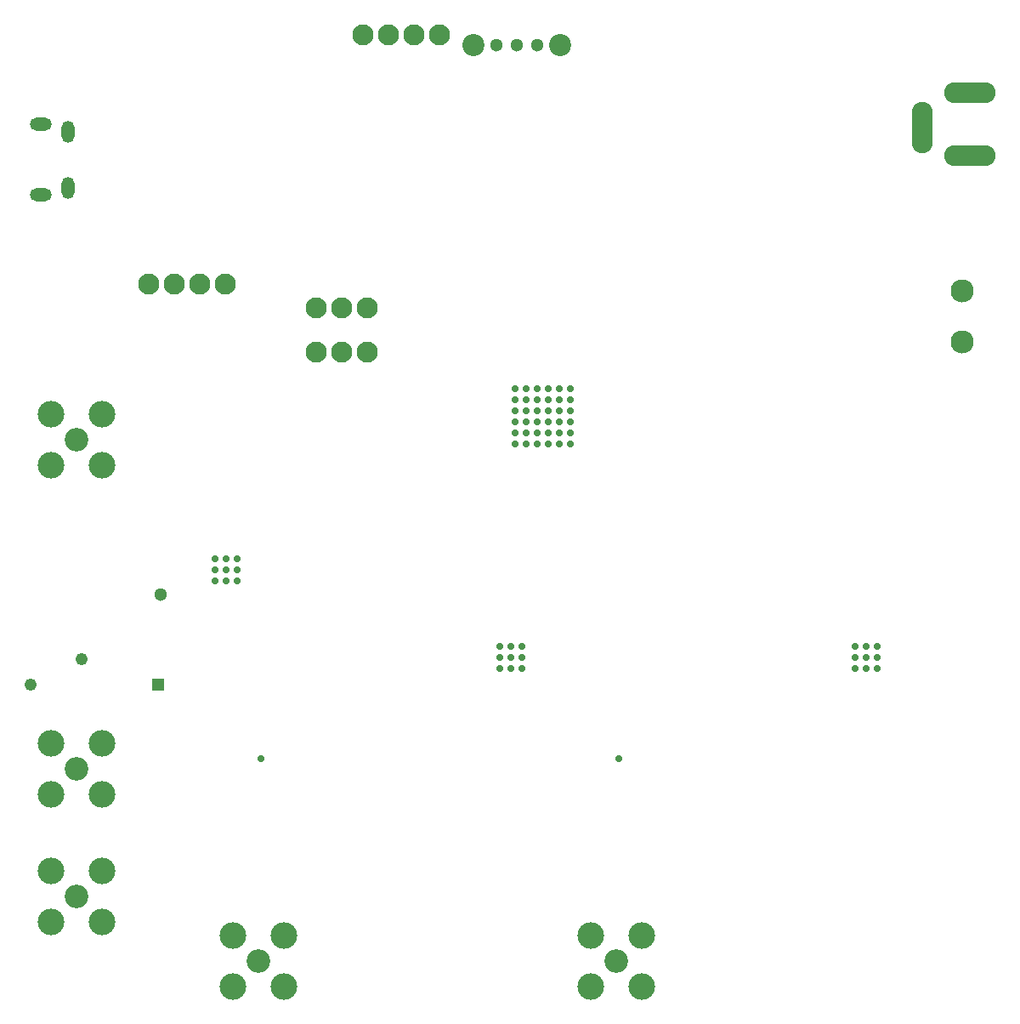
<source format=gbs>
G04*
G04 #@! TF.GenerationSoftware,Altium Limited,Altium Designer,21.8.1 (53)*
G04*
G04 Layer_Color=16711935*
%FSLAX44Y44*%
%MOMM*%
G71*
G04*
G04 #@! TF.SameCoordinates,C9995BEE-8401-4B8A-9B38-06C5FF24312F*
G04*
G04*
G04 #@! TF.FilePolarity,Negative*
G04*
G01*
G75*
%ADD77C,2.1000*%
%ADD78C,2.6500*%
%ADD79C,2.3500*%
%ADD80C,1.2400*%
%ADD81R,1.2400X1.2400*%
%ADD82C,2.2000*%
%ADD83C,1.3000*%
%ADD84O,2.2000X1.3000*%
%ADD85O,1.3000X2.2000*%
%ADD86O,5.1000X2.1000*%
%ADD87O,2.1000X5.1000*%
%ADD88C,2.3000*%
%ADD89C,0.7000*%
D77*
X347225Y662480D02*
D03*
X296425D02*
D03*
X321825D02*
D03*
X347225Y706480D02*
D03*
X296425D02*
D03*
X321825D02*
D03*
X393000Y978750D02*
D03*
X418400D02*
D03*
X342200D02*
D03*
X367600D02*
D03*
X154817Y730832D02*
D03*
X129417D02*
D03*
X205617D02*
D03*
X180217D02*
D03*
D78*
X82300Y222667D02*
D03*
X31500D02*
D03*
Y273467D02*
D03*
X82300D02*
D03*
Y95600D02*
D03*
X31500D02*
D03*
Y146400D02*
D03*
X82300D02*
D03*
Y550150D02*
D03*
X31500D02*
D03*
Y600950D02*
D03*
X82300D02*
D03*
X569110Y82150D02*
D03*
Y31350D02*
D03*
X619910D02*
D03*
Y82150D02*
D03*
X212970D02*
D03*
Y31350D02*
D03*
X263770D02*
D03*
Y82150D02*
D03*
D79*
X56900Y248067D02*
D03*
Y121000D02*
D03*
Y575550D02*
D03*
X594510Y56750D02*
D03*
X238370D02*
D03*
D80*
X62250Y356700D02*
D03*
X11450Y331300D02*
D03*
D81*
X138450D02*
D03*
D82*
X452276Y967962D02*
D03*
X539276D02*
D03*
D83*
X515776D02*
D03*
X475776D02*
D03*
X495776D02*
D03*
X140943Y421588D02*
D03*
D84*
X21502Y889170D02*
D03*
Y819170D02*
D03*
D85*
X48502Y826070D02*
D03*
Y882270D02*
D03*
D86*
X947328Y858039D02*
D03*
Y921039D02*
D03*
D87*
X899329Y886039D02*
D03*
D88*
X939750Y673250D02*
D03*
Y723250D02*
D03*
D89*
X217581Y434588D02*
D03*
X206581D02*
D03*
X195581D02*
D03*
X217581Y445588D02*
D03*
X206581D02*
D03*
X195581D02*
D03*
X217581Y456588D02*
D03*
X206581D02*
D03*
X195581D02*
D03*
X240874Y258067D02*
D03*
X597013Y257948D02*
D03*
X500993Y369646D02*
D03*
Y358646D02*
D03*
Y347646D02*
D03*
X489993Y369646D02*
D03*
Y358646D02*
D03*
Y347646D02*
D03*
X478993Y369646D02*
D03*
Y358646D02*
D03*
Y347646D02*
D03*
X855111Y369527D02*
D03*
Y358527D02*
D03*
Y347527D02*
D03*
X844111Y369527D02*
D03*
Y358527D02*
D03*
Y347527D02*
D03*
X833111Y369527D02*
D03*
Y358527D02*
D03*
Y347527D02*
D03*
X493745Y626000D02*
D03*
X504745D02*
D03*
X515745D02*
D03*
X526745D02*
D03*
X537745D02*
D03*
X548745D02*
D03*
X493745Y615000D02*
D03*
X504745D02*
D03*
X515745D02*
D03*
X526745D02*
D03*
X537745D02*
D03*
X548745D02*
D03*
X493745Y604000D02*
D03*
X504745D02*
D03*
X515745D02*
D03*
X526745D02*
D03*
X537745D02*
D03*
X548745D02*
D03*
X493745Y593000D02*
D03*
X504745D02*
D03*
X515745D02*
D03*
X526745D02*
D03*
X537745D02*
D03*
X548745D02*
D03*
X493745Y582000D02*
D03*
X504745D02*
D03*
X515745D02*
D03*
X526745D02*
D03*
X537745D02*
D03*
X548745D02*
D03*
X493745Y571000D02*
D03*
X504745D02*
D03*
X515745D02*
D03*
X526745D02*
D03*
X537745D02*
D03*
X548745D02*
D03*
M02*

</source>
